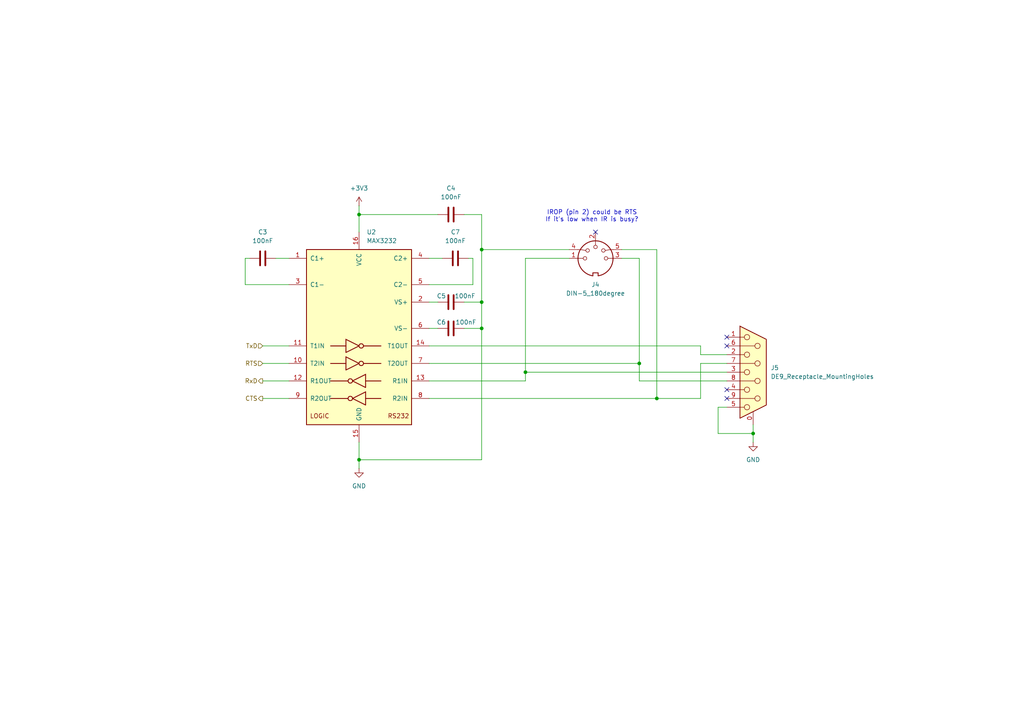
<source format=kicad_sch>
(kicad_sch (version 20231120) (generator "eeschema") (generator_version "8.0")
  (paper "A4")
  (title_block (title "Valiant Turtle 2 - Communicator - Serial") (date "2024-10-23") (rev "2_0") (company "https://www.waitingforfriday.com") (comment 1 "(c) 2024 Simon Inns") (comment 2 "License: Attribution-ShareAlike 4.0 International (CC BY-SA 4.0)"))
  (lib_symbols
    (symbol "Connector:DE9_Receptacle_MountingHoles" (pin_names (offset 1.016) hide)
      (property "Reference" "J" (at 0 16.51 0))
      (property "Value" "DE9_Receptacle_MountingHoles" (at 0 14.605 0))
      (symbol "DE9_Receptacle_MountingHoles_0_1"
        (circle (center -1.778 -10.16) (radius 0.762))
        (circle (center -1.778 -5.08) (radius 0.762))
        (circle (center -1.778 0) (radius 0.762))
        (circle (center -1.778 5.08) (radius 0.762))
        (circle (center -1.778 10.16) (radius 0.762))
        (polyline (pts (xy -3.81 -10.16) (xy -2.54 -10.16)))
        (polyline (pts (xy -3.81 -7.62) (xy 0.508 -7.62)))
        (polyline (pts (xy -3.81 -5.08) (xy -2.54 -5.08)))
        (polyline (pts (xy -3.81 -2.54) (xy 0.508 -2.54)))
        (polyline (pts (xy -3.81 0) (xy -2.54 0)))
        (polyline (pts (xy -3.81 2.54) (xy 0.508 2.54)))
        (polyline (pts (xy -3.81 5.08) (xy -2.54 5.08)))
        (polyline (pts (xy -3.81 7.62) (xy 0.508 7.62)))
        (polyline (pts (xy -3.81 10.16) (xy -2.54 10.16)))
        (polyline (pts (xy -3.81 13.335) (xy -3.81 -13.335) (xy 3.81 -9.525) (xy 3.81 9.525) (xy -3.81 13.335)) (stroke (width 0.254)) (fill (type background)))
        (circle (center 1.27 -7.62) (radius 0.762))
        (circle (center 1.27 -2.54) (radius 0.762))
        (circle (center 1.27 2.54) (radius 0.762))
        (circle (center 1.27 7.62) (radius 0.762))
      )
      (symbol "DE9_Receptacle_MountingHoles_1_1"
        (pin passive line (at 0 -15.24 90) (length 3.81) (name "PAD") (number "0"))
        (pin passive line (at -7.62 10.16 0) (length 3.81) (name "1") (number "1"))
        (pin passive line (at -7.62 5.08 0) (length 3.81) (name "2") (number "2"))
        (pin passive line (at -7.62 0 0) (length 3.81) (name "3") (number "3"))
        (pin passive line (at -7.62 -5.08 0) (length 3.81) (name "4") (number "4"))
        (pin passive line (at -7.62 -10.16 0) (length 3.81) (name "5") (number "5"))
        (pin passive line (at -7.62 7.62 0) (length 3.81) (name "6") (number "6"))
        (pin passive line (at -7.62 2.54 0) (length 3.81) (name "7") (number "7"))
        (pin passive line (at -7.62 -2.54 0) (length 3.81) (name "8") (number "8"))
        (pin passive line (at -7.62 -7.62 0) (length 3.81) (name "9") (number "9"))
      )
    )
    (symbol "Connector:DIN-5_180degree" (pin_names (offset 1.016))
      (property "Reference" "J" (at 3.175 5.715 0))
      (property "Value" "DIN-5_180degree" (at 0 -6.35 0))
      (symbol "DIN-5_180degree_0_1"
        (arc (start -5.08 0) (mid -3.8609 -3.3364) (end -0.762 -5.08) (stroke (width 0.254)))
        (circle (center -3.048 0) (radius 0.508))
        (circle (center -2.286 2.286) (radius 0.508))
        (polyline (pts (xy -5.08 0) (xy -3.556 0)))
        (polyline (pts (xy 0 5.08) (xy 0 3.81)))
        (polyline (pts (xy 5.08 0) (xy 3.556 0)))
        (polyline (pts (xy -5.08 2.54) (xy -4.318 2.54) (xy -2.794 2.286)))
        (polyline (pts (xy 5.08 2.54) (xy 4.318 2.54) (xy 2.794 2.286)))
        (polyline (pts (xy -0.762 -4.953) (xy -0.762 -4.191) (xy 0.762 -4.191) (xy 0.762 -4.953)) (stroke (width 0.254)))
        (circle (center 0 3.302) (radius 0.508))
        (arc (start 0.762 -5.08) (mid 3.8685 -3.343) (end 5.08 0) (stroke (width 0.254)))
        (circle (center 2.286 2.286) (radius 0.508))
        (circle (center 3.048 0) (radius 0.508))
        (arc (start 5.08 0) (mid 0 5.0579) (end -5.08 0) (stroke (width 0.254)))
      )
      (symbol "DIN-5_180degree_1_1"
        (pin passive line (at -7.62 0 0) (length 2.54) (name "~") (number "1"))
        (pin passive line (at 0 7.62 270) (length 2.54) (name "~") (number "2"))
        (pin passive line (at 7.62 0 180) (length 2.54) (name "~") (number "3"))
        (pin passive line (at -7.62 2.54 0) (length 2.54) (name "~") (number "4"))
        (pin passive line (at 7.62 2.54 180) (length 2.54) (name "~") (number "5"))
      )
    )
    (symbol "Device:C" (pin_numbers hide) (pin_names (offset 0.254))
      (property "Reference" "C" (at 0.635 2.54 0))
      (property "Value" "C" (at 0.635 -2.54 0))
      (symbol "C_0_1"
        (polyline (pts (xy -2.032 -0.762) (xy 2.032 -0.762)) (stroke (width 0.508)))
        (polyline (pts (xy -2.032 0.762) (xy 2.032 0.762)) (stroke (width 0.508)))
      )
      (symbol "C_1_1"
        (pin passive line (at 0 3.81 270) (length 2.794) (name "~") (number "1"))
        (pin passive line (at 0 -3.81 90) (length 2.794) (name "~") (number "2"))
      )
    )
    (symbol "Interface_UART:MAX3232" (pin_names (offset 1.016))
      (property "Reference" "U" (at -2.54 28.575 0))
      (property "Value" "MAX3232" (at -2.54 26.67 0))
      (symbol "MAX3232_0_0"
        (text "LOGIC" (at -11.43 -22.86 0) (effects (font (size 1.27 1.27))))
        (text "RS232" (at 11.43 -22.86 0) (effects (font (size 1.27 1.27))))
      )
      (symbol "MAX3232_0_1"
        (rectangle (start -15.24 -25.4) (end 15.24 25.4) (stroke (width 0.254)) (fill (type background)))
        (circle (center -2.54 -17.78) (radius 0.635) (stroke (width 0.254)))
        (circle (center -2.54 -12.7) (radius 0.635) (stroke (width 0.254)))
        (polyline (pts (xy -3.81 -7.62) (xy -8.255 -7.62)) (stroke (width 0.254)))
        (polyline (pts (xy -3.81 -2.54) (xy -8.255 -2.54)) (stroke (width 0.254)))
        (polyline (pts (xy -3.175 -17.78) (xy -8.255 -17.78)) (stroke (width 0.254)))
        (polyline (pts (xy -3.175 -12.7) (xy -8.255 -12.7)) (stroke (width 0.254)))
        (polyline (pts (xy 1.27 -7.62) (xy 6.35 -7.62)) (stroke (width 0.254)))
        (polyline (pts (xy 1.27 -2.54) (xy 6.35 -2.54)) (stroke (width 0.254)))
        (polyline (pts (xy 1.905 -17.78) (xy 6.35 -17.78)) (stroke (width 0.254)))
        (polyline (pts (xy 1.905 -12.7) (xy 6.35 -12.7)) (stroke (width 0.254)))
        (polyline (pts (xy -3.81 -5.715) (xy -3.81 -9.525) (xy 0 -7.62) (xy -3.81 -5.715)) (stroke (width 0.254)))
        (polyline (pts (xy -3.81 -0.635) (xy -3.81 -4.445) (xy 0 -2.54) (xy -3.81 -0.635)) (stroke (width 0.254)))
        (polyline (pts (xy 1.905 -15.875) (xy 1.905 -19.685) (xy -1.905 -17.78) (xy 1.905 -15.875)) (stroke (width 0.254)))
        (polyline (pts (xy 1.905 -10.795) (xy 1.905 -14.605) (xy -1.905 -12.7) (xy 1.905 -10.795)) (stroke (width 0.254)))
        (circle (center 0.635 -7.62) (radius 0.635) (stroke (width 0.254)))
        (circle (center 0.635 -2.54) (radius 0.635) (stroke (width 0.254)))
      )
      (symbol "MAX3232_1_1"
        (pin passive line (at -20.32 22.86 0) (length 5.08) (name "C1+") (number "1"))
        (pin input line (at -20.32 -7.62 0) (length 5.08) (name "T2IN") (number "10"))
        (pin input line (at -20.32 -2.54 0) (length 5.08) (name "T1IN") (number "11"))
        (pin output line (at -20.32 -12.7 0) (length 5.08) (name "R1OUT") (number "12"))
        (pin input line (at 20.32 -12.7 180) (length 5.08) (name "R1IN") (number "13"))
        (pin output line (at 20.32 -2.54 180) (length 5.08) (name "T1OUT") (number "14"))
        (pin power_in line (at 0 -30.48 90) (length 5.08) (name "GND") (number "15"))
        (pin power_in line (at 0 30.48 270) (length 5.08) (name "VCC") (number "16"))
        (pin power_out line (at 20.32 10.16 180) (length 5.08) (name "VS+") (number "2"))
        (pin passive line (at -20.32 15.24 0) (length 5.08) (name "C1-") (number "3"))
        (pin passive line (at 20.32 22.86 180) (length 5.08) (name "C2+") (number "4"))
        (pin passive line (at 20.32 15.24 180) (length 5.08) (name "C2-") (number "5"))
        (pin power_out line (at 20.32 2.54 180) (length 5.08) (name "VS-") (number "6"))
        (pin output line (at 20.32 -7.62 180) (length 5.08) (name "T2OUT") (number "7"))
        (pin input line (at 20.32 -17.78 180) (length 5.08) (name "R2IN") (number "8"))
        (pin output line (at -20.32 -17.78 0) (length 5.08) (name "R2OUT") (number "9"))
      )
    )
    (symbol "power:+3V3" (power) (pin_numbers hide) (pin_names (offset 0) hide)
      (property "Value" "+3V3" (at 0 3.556 0))
      (symbol "+3V3_0_1"
        (polyline (pts (xy -0.762 1.27) (xy 0 2.54)))
        (polyline (pts (xy 0 0) (xy 0 2.54)))
        (polyline (pts (xy 0 2.54) (xy 0.762 1.27)))
      )
      (symbol "+3V3_1_1"
        (pin power_in line (at 0 0 90) (length 0) (name "~") (number "1"))
      )
    )
    (symbol "power:GND" (power) (pin_numbers hide) (pin_names (offset 0) hide)
      (property "Value" "GND" (at 0 -3.81 0))
      (symbol "GND_0_1"
        (polyline (pts (xy 0 0) (xy 0 -1.27) (xy 1.27 -1.27) (xy 0 -2.54) (xy -1.27 -1.27) (xy 0 -1.27)))
      )
      (symbol "GND_1_1"
        (pin power_in line (at 0 0 270) (length 0) (name "~") (number "1"))
      )
    )
  )
  (junction (at 104.14 62.23))
  (junction (at 139.7 87.63))
  (junction (at 104.14 133.35))
  (junction (at 139.7 72.39))
  (junction (at 152.4 107.95))
  (junction (at 190.5 115.57))
  (junction (at 139.7 95.25))
  (junction (at 218.44 125.73))
  (junction (at 185.42 105.41))
  (no_connect (at 210.82 100.33))
  (no_connect (at 210.82 115.57))
  (no_connect (at 172.72 67.31))
  (no_connect (at 210.82 97.79))
  (no_connect (at 210.82 113.03))
  (wire (pts (xy 185.42 74.93) (xy 185.42 105.41)))
  (wire (pts (xy 203.2 102.87) (xy 210.82 102.87)))
  (wire (pts (xy 72.39 74.93) (xy 71.12 74.93)))
  (wire (pts (xy 137.16 82.55) (xy 124.46 82.55)))
  (wire (pts (xy 135.89 74.93) (xy 137.16 74.93)))
  (wire (pts (xy 76.2 105.41) (xy 83.82 105.41)))
  (wire (pts (xy 208.28 118.11) (xy 208.28 125.73)))
  (wire (pts (xy 180.34 74.93) (xy 185.42 74.93)))
  (wire (pts (xy 104.14 62.23) (xy 104.14 67.31)))
  (wire (pts (xy 104.14 128.27) (xy 104.14 133.35)))
  (wire (pts (xy 137.16 74.93) (xy 137.16 82.55)))
  (wire (pts (xy 210.82 110.49) (xy 185.42 110.49)))
  (wire (pts (xy 185.42 110.49) (xy 185.42 105.41)))
  (wire (pts (xy 104.14 62.23) (xy 127 62.23)))
  (wire (pts (xy 210.82 105.41) (xy 203.2 105.41)))
  (wire (pts (xy 218.44 125.73) (xy 218.44 123.19)))
  (wire (pts (xy 124.46 105.41) (xy 185.42 105.41)))
  (wire (pts (xy 203.2 105.41) (xy 203.2 115.57)))
  (wire (pts (xy 124.46 87.63) (xy 127 87.63)))
  (wire (pts (xy 76.2 115.57) (xy 83.82 115.57)))
  (wire (pts (xy 71.12 74.93) (xy 71.12 82.55)))
  (wire (pts (xy 152.4 107.95) (xy 210.82 107.95)))
  (wire (pts (xy 80.01 74.93) (xy 83.82 74.93)))
  (wire (pts (xy 218.44 125.73) (xy 218.44 128.27)))
  (wire (pts (xy 124.46 95.25) (xy 127 95.25)))
  (wire (pts (xy 104.14 59.69) (xy 104.14 62.23)))
  (wire (pts (xy 139.7 72.39) (xy 139.7 87.63)))
  (wire (pts (xy 124.46 110.49) (xy 152.4 110.49)))
  (wire (pts (xy 139.7 87.63) (xy 134.62 87.63)))
  (wire (pts (xy 203.2 100.33) (xy 203.2 102.87)))
  (wire (pts (xy 76.2 110.49) (xy 83.82 110.49)))
  (wire (pts (xy 71.12 82.55) (xy 83.82 82.55)))
  (wire (pts (xy 190.5 72.39) (xy 190.5 115.57)))
  (wire (pts (xy 208.28 125.73) (xy 218.44 125.73)))
  (wire (pts (xy 104.14 133.35) (xy 104.14 135.89)))
  (wire (pts (xy 165.1 74.93) (xy 152.4 74.93)))
  (wire (pts (xy 124.46 115.57) (xy 190.5 115.57)))
  (wire (pts (xy 124.46 74.93) (xy 128.27 74.93)))
  (wire (pts (xy 139.7 72.39) (xy 165.1 72.39)))
  (wire (pts (xy 210.82 118.11) (xy 208.28 118.11)))
  (wire (pts (xy 139.7 95.25) (xy 139.7 87.63)))
  (wire (pts (xy 76.2 100.33) (xy 83.82 100.33)))
  (wire (pts (xy 180.34 72.39) (xy 190.5 72.39)))
  (wire (pts (xy 139.7 133.35) (xy 139.7 95.25)))
  (wire (pts (xy 152.4 74.93) (xy 152.4 107.95)))
  (wire (pts (xy 134.62 62.23) (xy 139.7 62.23)))
  (wire (pts (xy 203.2 115.57) (xy 190.5 115.57)))
  (wire (pts (xy 152.4 107.95) (xy 152.4 110.49)))
  (wire (pts (xy 124.46 100.33) (xy 203.2 100.33)))
  (wire (pts (xy 104.14 133.35) (xy 139.7 133.35)))
  (wire (pts (xy 134.62 95.25) (xy 139.7 95.25)))
  (wire (pts (xy 139.7 62.23) (xy 139.7 72.39)))
  (text "IROP (pin 2) could be RTS\nIf it's low when IR is busy?" (at 171.704 62.738 0) (effects (font (size 1.27 1.27))))
  (hierarchical_label "RTS" (shape input) (at 76.2 105.41 180))
  (hierarchical_label "RxD" (shape output) (at 76.2 110.49 180))
  (hierarchical_label "TxD" (shape input) (at 76.2 100.33 180))
  (hierarchical_label "CTS" (shape output) (at 76.2 115.57 180))
  (symbol (lib_id "Device:C") (at 76.2 74.93 90) (unit 1)
    (property "Reference" "C3" (at 76.2 67.31 90))
    (property "Value" "100nF" (at 76.2 69.85 90))
    (property "Description" "Unpolarized capacitor" (effects (hide yes)))
  )
  (symbol (lib_id "Device:C") (at 130.81 62.23 90) (unit 1)
    (property "Reference" "C4" (at 130.81 54.61 90))
    (property "Value" "100nF" (at 130.81 57.15 90))
    (property "Description" "Unpolarized capacitor" (effects (hide yes)))
  )
  (symbol (lib_id "Device:C") (at 130.81 87.63 90) (unit 1)
    (property "Reference" "C5" (at 128.016 85.852 90))
    (property "Value" "100nF" (at 134.874 85.852 90))
    (property "Description" "Unpolarized capacitor" (effects (hide yes)))
  )
  (symbol (lib_id "Connector:DE9_Receptacle_MountingHoles") (at 218.44 107.95 0) (unit 1)
    (property "Reference" "J5" (at 223.52 106.6799 0) (effects (justify left)))
    (property "Value" "DE9_Receptacle_MountingHoles" (at 223.52 109.2199 0) (effects (justify left)))
    (property "Description" "9-pin female receptacle socket D-SUB connector, Mounting Hole" (effects (hide yes)))
  )
  (symbol (lib_id "power:+3V3") (at 104.14 59.69 0) (unit 1)
    (property "Reference" "#PWR012" (effects (hide yes)))
    (property "Value" "+3V3" (at 104.14 54.61 0))
    (property "Description" "Power symbol creates a global label with name \"+3V3\"" (effects (hide yes)))
  )
  (symbol (lib_id "Device:C") (at 132.08 74.93 90) (unit 1)
    (property "Reference" "C7" (at 132.08 67.31 90))
    (property "Value" "100nF" (at 132.08 69.85 90))
    (property "Description" "Unpolarized capacitor" (effects (hide yes)))
  )
  (symbol (lib_id "power:GND") (at 104.14 135.89 0) (unit 1)
    (property "Reference" "#PWR013" (effects (hide yes)))
    (property "Value" "GND" (at 104.14 140.97 0))
    (property "Description" "Power symbol creates a global label with name \"GND\" , ground" (effects (hide yes)))
  )
  (symbol (lib_id "power:GND") (at 218.44 128.27 0) (unit 1)
    (property "Reference" "#PWR014" (effects (hide yes)))
    (property "Value" "GND" (at 218.44 133.35 0))
    (property "Description" "Power symbol creates a global label with name \"GND\" , ground" (effects (hide yes)))
  )
  (symbol (lib_id "Connector:DIN-5_180degree") (at 172.72 74.93 0) (unit 1)
    (property "Reference" "J4" (at 172.7201 82.55 0))
    (property "Value" "DIN-5_180degree" (at 172.7201 85.09 0))
    (property "Datasheet" "http://www.mouser.com/ds/2/18/40_c091_abd_e-75918.pdf" (effects (hide yes)))
    (property "Description" "5-pin DIN connector (5-pin DIN-5 stereo)" (effects (hide yes)))
  )
  (symbol (lib_id "Interface_UART:MAX3232") (at 104.14 97.79 0) (unit 1)
    (property "Reference" "U2" (at 106.3341 67.31 0) (effects (justify left)))
    (property "Value" "MAX3232" (at 106.3341 69.85 0) (effects (justify left)))
    (property "Datasheet" "https://datasheets.maximintegrated.com/en/ds/MAX3222-MAX3241.pdf" (effects (hide yes)))
    (property "Description" "3.0V to 5.5V, Low-Power, up to 1Mbps, True RS-232 Transceivers Using Four 0.1μF External Capacitors" (effects (hide yes)))
  )
  (symbol (lib_id "Device:C") (at 130.81 95.25 90) (unit 1)
    (property "Reference" "C6" (at 128.016 93.472 90))
    (property "Value" "100nF" (at 135.128 93.472 90))
    (property "Description" "Unpolarized capacitor" (effects (hide yes)))
  )
)
</source>
